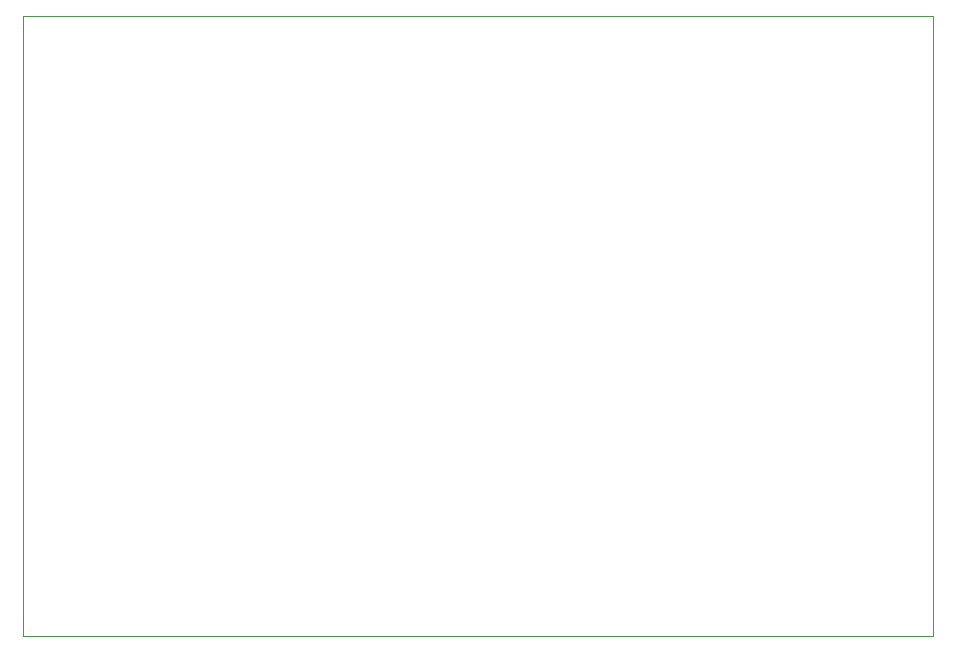
<source format=gbr>
%TF.GenerationSoftware,KiCad,Pcbnew,9.0.5*%
%TF.CreationDate,2025-10-04T13:36:39+01:00*%
%TF.ProjectId,piso,7069736f-2e6b-4696-9361-645f70636258,rev?*%
%TF.SameCoordinates,Original*%
%TF.FileFunction,Profile,NP*%
%FSLAX46Y46*%
G04 Gerber Fmt 4.6, Leading zero omitted, Abs format (unit mm)*
G04 Created by KiCad (PCBNEW 9.0.5) date 2025-10-04 13:36:39*
%MOMM*%
%LPD*%
G01*
G04 APERTURE LIST*
%TA.AperFunction,Profile*%
%ADD10C,0.050000*%
%TD*%
G04 APERTURE END LIST*
D10*
X127500000Y-50000000D02*
X204500000Y-50000000D01*
X204500000Y-102520671D01*
X127500000Y-102520671D01*
X127500000Y-50000000D01*
M02*

</source>
